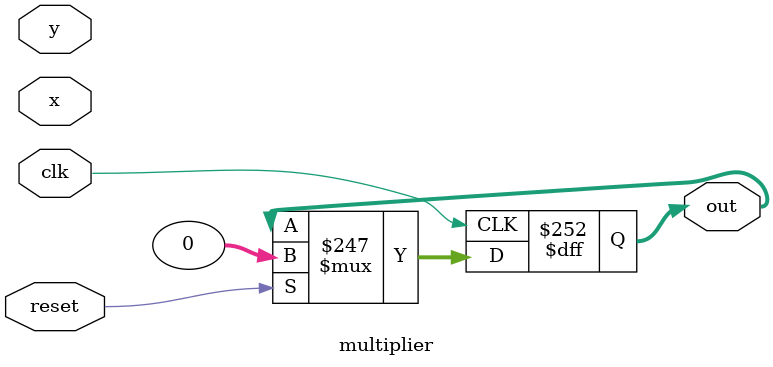
<source format=v>

module multiplier (
    input clk,
    input reset,
    input [15:0] x,
    input [15:0] y,
    output reg [31:0] out
);
    reg [2:0] c = 0;
    reg [31:0] pp = 0; // partial products
    reg [31:0] spp = 0; // shifted partial products
    reg [31:0] prod = 0;
    reg [15:0] i = 0, j = 0;
    reg flag = 0;
    reg temp = 0;
    wire [15:0] inv_x; // two's complement of x

    assign inv_x = (~x) + 1'b1; // two's complement

    always @(posedge clk) begin
        if (reset) begin
            out = 0;
            c = 0;
            pp = 0;
            flag = 0;
            spp = 0;
            i = 0;
            j = 0;
            prod = 0;
        end else begin
            if (!flag) begin
                c = {y, y, 1'b0}; // initializing c with y
                flag = 1;
            end
            case (c)
                3'b000, 3'b111: begin
                    if (i < 8) begin
                        i = i + 1;
                        c = {y[2*i+1], y[2*i], y[2*i-1]};
                    end else begin
                        c = 3'bxxx;
                    end
                end
                3'b001, 3'b010: begin
                    if (i < 8) begin
                        i = i + 1;
                        c = {y[2*i+1], y[2*i], y[2*i-1]};
                        pp = {{16{x}}, x}; // generating partial product
                        if (i == 1'b1) 
                            prod = pp;
                        else begin
                            temp = pp;
                            j = i - 1;
                            j = j << 1;
                            spp = pp << j; // shifting partial product
                            prod = prod + spp; // adding shifted partial product
                        end
                    end
                end
                
                // Additional cases for other values of c can be added here
            endcase
        end
    end
endmodule

</source>
